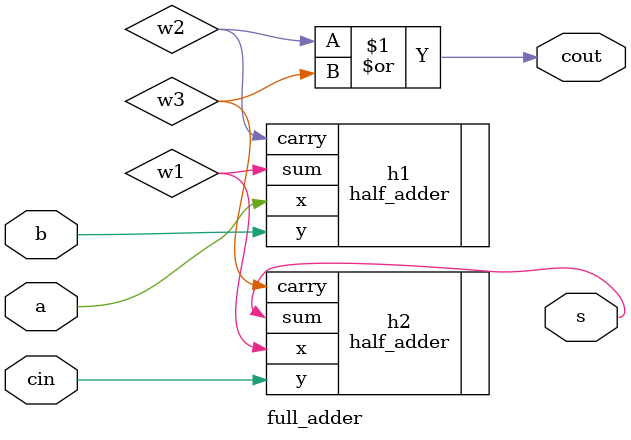
<source format=v>
module full_adder(s,cout,a,b,cin);

input a,b,cin;
output s,cout;
wire w1,w2,w3;

half_adder h1(.x(a),.y(b),.sum(w1),.carry(w2));
half_adder h2(.x(w1),.y(cin),.sum(s),.carry(w3));

or OR(cout,w2,w3);
endmodule 


</source>
